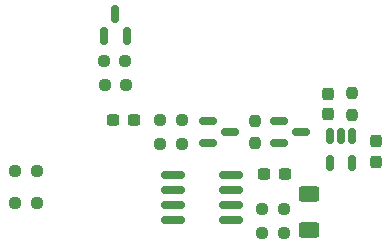
<source format=gbr>
%TF.GenerationSoftware,KiCad,Pcbnew,8.0.8*%
%TF.CreationDate,2025-02-06T15:12:14+01:00*%
%TF.ProjectId,mini-laser-driver,6d696e69-2d6c-4617-9365-722d64726976,rev?*%
%TF.SameCoordinates,Original*%
%TF.FileFunction,Paste,Top*%
%TF.FilePolarity,Positive*%
%FSLAX46Y46*%
G04 Gerber Fmt 4.6, Leading zero omitted, Abs format (unit mm)*
G04 Created by KiCad (PCBNEW 8.0.8) date 2025-02-06 15:12:14*
%MOMM*%
%LPD*%
G01*
G04 APERTURE LIST*
G04 Aperture macros list*
%AMRoundRect*
0 Rectangle with rounded corners*
0 $1 Rounding radius*
0 $2 $3 $4 $5 $6 $7 $8 $9 X,Y pos of 4 corners*
0 Add a 4 corners polygon primitive as box body*
4,1,4,$2,$3,$4,$5,$6,$7,$8,$9,$2,$3,0*
0 Add four circle primitives for the rounded corners*
1,1,$1+$1,$2,$3*
1,1,$1+$1,$4,$5*
1,1,$1+$1,$6,$7*
1,1,$1+$1,$8,$9*
0 Add four rect primitives between the rounded corners*
20,1,$1+$1,$2,$3,$4,$5,0*
20,1,$1+$1,$4,$5,$6,$7,0*
20,1,$1+$1,$6,$7,$8,$9,0*
20,1,$1+$1,$8,$9,$2,$3,0*%
G04 Aperture macros list end*
%ADD10RoundRect,0.237500X0.250000X0.237500X-0.250000X0.237500X-0.250000X-0.237500X0.250000X-0.237500X0*%
%ADD11RoundRect,0.250000X0.625000X-0.400000X0.625000X0.400000X-0.625000X0.400000X-0.625000X-0.400000X0*%
%ADD12RoundRect,0.237500X-0.250000X-0.237500X0.250000X-0.237500X0.250000X0.237500X-0.250000X0.237500X0*%
%ADD13RoundRect,0.237500X-0.300000X-0.237500X0.300000X-0.237500X0.300000X0.237500X-0.300000X0.237500X0*%
%ADD14RoundRect,0.237500X0.237500X-0.300000X0.237500X0.300000X-0.237500X0.300000X-0.237500X-0.300000X0*%
%ADD15RoundRect,0.150000X-0.150000X0.512500X-0.150000X-0.512500X0.150000X-0.512500X0.150000X0.512500X0*%
%ADD16RoundRect,0.150000X-0.587500X-0.150000X0.587500X-0.150000X0.587500X0.150000X-0.587500X0.150000X0*%
%ADD17RoundRect,0.237500X-0.237500X0.250000X-0.237500X-0.250000X0.237500X-0.250000X0.237500X0.250000X0*%
%ADD18RoundRect,0.150000X0.150000X-0.587500X0.150000X0.587500X-0.150000X0.587500X-0.150000X-0.587500X0*%
%ADD19RoundRect,0.237500X0.237500X-0.250000X0.237500X0.250000X-0.237500X0.250000X-0.237500X-0.250000X0*%
%ADD20RoundRect,0.237500X0.300000X0.237500X-0.300000X0.237500X-0.300000X-0.237500X0.300000X-0.237500X0*%
%ADD21RoundRect,0.150000X-0.825000X-0.150000X0.825000X-0.150000X0.825000X0.150000X-0.825000X0.150000X0*%
%ADD22RoundRect,0.237500X-0.237500X0.300000X-0.237500X-0.300000X0.237500X-0.300000X0.237500X0.300000X0*%
G04 APERTURE END LIST*
D10*
%TO.C,R3*%
X616000000Y-47000000D03*
X614175000Y-47000000D03*
%TD*%
D11*
%TO.C,R6*%
X639100000Y-49300000D03*
X639100000Y-46200000D03*
%TD*%
D12*
%TO.C,R10*%
X621750000Y-37000000D03*
X623575000Y-37000000D03*
%TD*%
D10*
%TO.C,R11*%
X623487500Y-35000000D03*
X621662500Y-35000000D03*
%TD*%
D12*
%TO.C,R5*%
X626450000Y-42000000D03*
X628275000Y-42000000D03*
%TD*%
D13*
%TO.C,C3*%
X635275000Y-44500000D03*
X637000000Y-44500000D03*
%TD*%
D14*
%TO.C,C4*%
X644710000Y-43500000D03*
X644710000Y-41775000D03*
%TD*%
D15*
%TO.C,U2*%
X642710000Y-41362500D03*
X641760000Y-41362500D03*
X640810000Y-41362500D03*
X640810000Y-43637500D03*
X642710000Y-43637500D03*
%TD*%
D12*
%TO.C,R4*%
X626450000Y-40000000D03*
X628275000Y-40000000D03*
%TD*%
D10*
%TO.C,R8*%
X636912500Y-49500000D03*
X635087500Y-49500000D03*
%TD*%
D16*
%TO.C,Q2*%
X636487500Y-40050000D03*
X636487500Y-41950000D03*
X638362500Y-41000000D03*
%TD*%
D17*
%TO.C,R7*%
X642710000Y-37725000D03*
X642710000Y-39550000D03*
%TD*%
D10*
%TO.C,R2*%
X616000000Y-44250000D03*
X614175000Y-44250000D03*
%TD*%
D16*
%TO.C,Q1*%
X630487500Y-40050000D03*
X630487500Y-41950000D03*
X632362500Y-41000000D03*
%TD*%
D18*
%TO.C,Q3*%
X621712500Y-32875000D03*
X623612500Y-32875000D03*
X622662500Y-31000000D03*
%TD*%
D19*
%TO.C,R1*%
X634500000Y-41912500D03*
X634500000Y-40087500D03*
%TD*%
D20*
%TO.C,C1*%
X624225000Y-40000000D03*
X622500000Y-40000000D03*
%TD*%
D21*
%TO.C,U1*%
X627525000Y-44595000D03*
X627525000Y-45865000D03*
X627525000Y-47135000D03*
X627525000Y-48405000D03*
X632475000Y-48405000D03*
X632475000Y-47135000D03*
X632475000Y-45865000D03*
X632475000Y-44595000D03*
%TD*%
D22*
%TO.C,C5*%
X640710000Y-37775000D03*
X640710000Y-39500000D03*
%TD*%
D10*
%TO.C,R9*%
X636912500Y-47500000D03*
X635087500Y-47500000D03*
%TD*%
M02*

</source>
